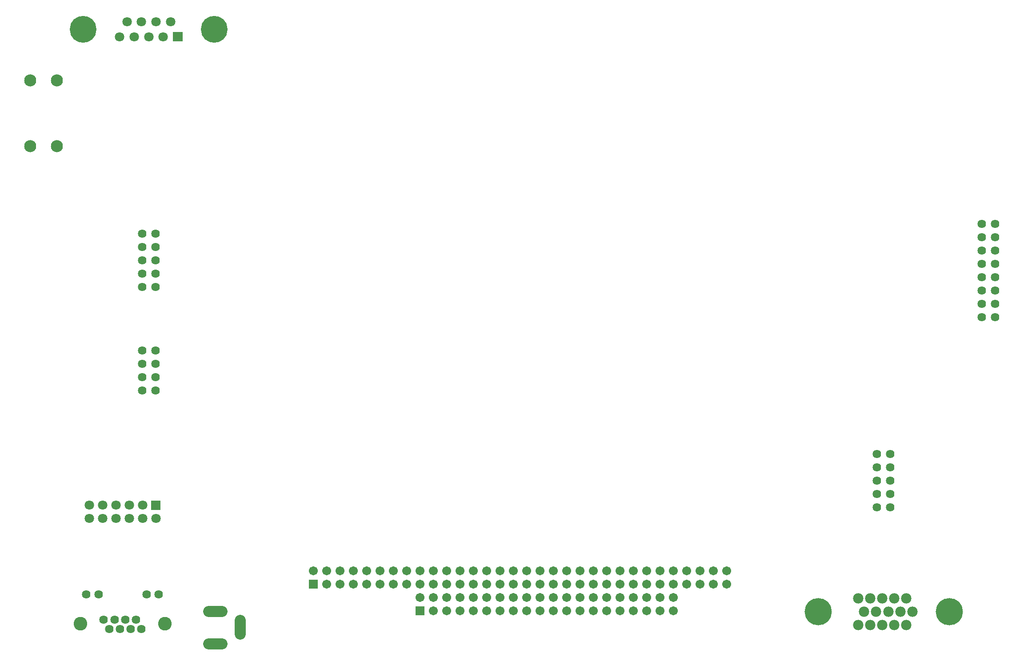
<source format=gbs>
G04 Layer: BottomSolderMaskLayer*
G04 EasyEDA v6.5.1, 2022-08-09 23:06:28*
G04 a67cddfb3fce44daa9051d46cbbcc19f,10*
G04 Gerber Generator version 0.2*
G04 Scale: 100 percent, Rotated: No, Reflected: No *
G04 Dimensions in millimeters *
G04 leading zeros omitted , absolute positions ,4 integer and 5 decimal *
%FSLAX45Y45*%
%MOMM*%

%ADD33C,2.1016*%
%ADD35C,1.7032*%
%ADD36C,1.6256*%
%ADD37C,2.6016*%
%ADD38C,1.9812*%
%ADD39C,5.1816*%
%ADD40C,1.8016*%
%ADD41C,5.1016*%
%ADD43C,2.3016*%

%LPD*%
D33*
X4135015Y1009980D02*
G01*
X4395015Y1009980D01*
X4394989Y390017D02*
G01*
X4134990Y390017D01*
X4735017Y580006D02*
G01*
X4735017Y840005D01*
G36*
X6050025Y1442465D02*
G01*
X6050025Y1612645D01*
X6220206Y1612645D01*
X6220206Y1442465D01*
G37*
D35*
G01*
X6135115Y1781555D03*
G01*
X6389115Y1527555D03*
G01*
X6389115Y1781555D03*
G01*
X6643115Y1527555D03*
G01*
X6643115Y1781555D03*
G01*
X6897115Y1527555D03*
G01*
X6897115Y1781555D03*
G01*
X7151115Y1527555D03*
G01*
X7151115Y1781555D03*
G01*
X7405115Y1527555D03*
G01*
X7405115Y1781555D03*
G01*
X7659115Y1527555D03*
G01*
X7659115Y1781555D03*
G01*
X7913115Y1527555D03*
G01*
X7913115Y1781555D03*
G01*
X8167115Y1527555D03*
G01*
X8167115Y1781555D03*
G01*
X8421115Y1527555D03*
G01*
X8421115Y1781555D03*
G01*
X8675115Y1527555D03*
G01*
X8675115Y1781555D03*
G01*
X8929115Y1527555D03*
G01*
X8929115Y1781555D03*
G01*
X9183115Y1527555D03*
G01*
X9183115Y1781555D03*
G01*
X9437115Y1527555D03*
G01*
X9437115Y1781555D03*
G01*
X9691115Y1527555D03*
G01*
X9691115Y1781555D03*
G01*
X9945115Y1527555D03*
G01*
X9945115Y1781555D03*
G01*
X10199115Y1527555D03*
G01*
X10199115Y1781555D03*
G01*
X10453115Y1527555D03*
G01*
X10453115Y1781555D03*
G01*
X10707115Y1527555D03*
G01*
X10707115Y1781555D03*
G01*
X10961115Y1527555D03*
G01*
X10961115Y1781555D03*
G01*
X11215115Y1527555D03*
G01*
X11215115Y1781555D03*
G01*
X11469115Y1527555D03*
G01*
X11469115Y1781555D03*
G01*
X11723115Y1527555D03*
G01*
X11723115Y1781555D03*
G01*
X11977115Y1527555D03*
G01*
X11977115Y1781555D03*
G01*
X12231115Y1527555D03*
G01*
X12231115Y1781555D03*
G01*
X12485115Y1527555D03*
G01*
X12485115Y1781555D03*
G01*
X12739115Y1527555D03*
G01*
X12739115Y1781555D03*
G01*
X12993115Y1527555D03*
G01*
X12993115Y1781555D03*
G01*
X13247116Y1527555D03*
G01*
X13247116Y1781555D03*
G01*
X13501116Y1527555D03*
G01*
X13501116Y1781555D03*
G01*
X13755116Y1527555D03*
G01*
X13755116Y1781555D03*
G01*
X12993115Y1273555D03*
G01*
X12739115Y1019555D03*
G01*
X12485115Y1273555D03*
G01*
X12485115Y1019555D03*
G01*
X12231115Y1273555D03*
G01*
X12231115Y1019555D03*
G01*
X11977115Y1273555D03*
G01*
X11977115Y1019555D03*
G01*
X11723115Y1273555D03*
G01*
X11723115Y1019555D03*
G01*
X11469115Y1273555D03*
G01*
X11469115Y1019555D03*
G01*
X11215115Y1273555D03*
G01*
X11215115Y1019555D03*
G01*
X10961115Y1273555D03*
G01*
X10961115Y1019555D03*
G01*
X10707115Y1273555D03*
G01*
X10707115Y1019555D03*
G01*
X10453115Y1273555D03*
G01*
X10453115Y1019555D03*
G01*
X10199115Y1273555D03*
G01*
X10199115Y1019555D03*
G01*
X9945115Y1273555D03*
G01*
X9945115Y1019555D03*
G01*
X9691115Y1273555D03*
G01*
X9691115Y1019555D03*
G01*
X9437115Y1273555D03*
G01*
X9437115Y1019555D03*
G01*
X9183115Y1273555D03*
G01*
X9183115Y1019555D03*
G01*
X8929115Y1273555D03*
G01*
X8929115Y1019555D03*
G01*
X8675115Y1273555D03*
G01*
X8675115Y1019555D03*
G01*
X8421115Y1273555D03*
G01*
X8421115Y1019555D03*
G01*
X8167115Y1273555D03*
G36*
X8082025Y934465D02*
G01*
X8082025Y1104645D01*
X8252206Y1104645D01*
X8252206Y934465D01*
G37*
G01*
X14009116Y1781555D03*
G01*
X14009116Y1527555D03*
G01*
X12993115Y1019555D03*
G01*
X12739115Y1273555D03*
D36*
G01*
X19127000Y6611000D03*
G01*
X18873000Y6611000D03*
G01*
X19127000Y6865000D03*
G01*
X18873000Y6865000D03*
G01*
X19127000Y7119000D03*
G01*
X18873000Y7119000D03*
G01*
X19127000Y7373000D03*
G01*
X18873000Y7373000D03*
G01*
X19127000Y7627000D03*
G01*
X18873000Y7627000D03*
G01*
X19127000Y7881000D03*
G01*
X18873000Y7881000D03*
G01*
X19127000Y8135000D03*
G01*
X18873000Y8135000D03*
G01*
X19127000Y8389000D03*
G01*
X18873000Y8389000D03*
G01*
X2142997Y849020D03*
G01*
X2245004Y671017D03*
G01*
X2347010Y849020D03*
G01*
X2448991Y671017D03*
G01*
X2550998Y849020D03*
G01*
X2653004Y671017D03*
G01*
X2755011Y849020D03*
G01*
X2856991Y671017D03*
G01*
X3187014Y1329004D03*
G01*
X2956991Y1329004D03*
G01*
X2042998Y1329004D03*
G01*
X1813001Y1329004D03*
D37*
G01*
X1694992Y773023D03*
G01*
X3304997Y773023D03*
D38*
G01*
X17317491Y999997D03*
G01*
X17088891Y999997D03*
G01*
X16857751Y999997D03*
G01*
X16629151Y999997D03*
G01*
X17431791Y745997D03*
G01*
X17203191Y745997D03*
G01*
X16974591Y745997D03*
G01*
X16745991Y745997D03*
D39*
G01*
X18249671Y999997D03*
G01*
X15750311Y999997D03*
D38*
G01*
X17546091Y999997D03*
G01*
X16514851Y745997D03*
G01*
X17431791Y1253997D03*
G01*
X17203191Y1253997D03*
G01*
X16974591Y1253997D03*
G01*
X16745991Y1253997D03*
G01*
X16514851Y1253997D03*
D40*
G01*
X3000019Y11957989D03*
D41*
G01*
X4250004Y12099975D03*
D40*
G01*
X2448026Y11957989D03*
G01*
X2724022Y11957989D03*
G01*
X3276015Y11957989D03*
G36*
X3462020Y11867895D02*
G01*
X3462020Y12047981D01*
X3642106Y12047981D01*
X3642106Y11867895D01*
G37*
G01*
X2586024Y12241987D03*
G01*
X2862021Y12241987D03*
G01*
X3138017Y12241987D03*
G01*
X3414013Y12241987D03*
D41*
G01*
X1750009Y12099975D03*
D43*
G01*
X1253997Y11125098D03*
G01*
X1253997Y9874910D03*
G01*
X745997Y11125098D03*
G01*
X745997Y9874910D03*
D36*
G01*
X2873009Y8207989D03*
G01*
X3127009Y8207989D03*
G01*
X2873009Y7953989D03*
G01*
X3127009Y7953989D03*
G01*
X2873009Y7699989D03*
G01*
X3127009Y7699989D03*
G01*
X2873009Y7445989D03*
G01*
X3127009Y7445989D03*
G01*
X2873009Y7191989D03*
G01*
X3127009Y7191989D03*
G01*
X2873009Y5981014D03*
G01*
X3127009Y5981014D03*
G01*
X2873009Y5727014D03*
G01*
X3127009Y5727014D03*
G01*
X2873009Y5473014D03*
G01*
X3127009Y5473014D03*
G01*
X2873009Y5219014D03*
G01*
X3127009Y5219014D03*
G36*
X3044952Y2941828D02*
G01*
X3044952Y3112007D01*
X3225038Y3112007D01*
X3225038Y2941828D01*
G37*
D40*
G01*
X3135007Y2772991D03*
G01*
X2881007Y3026991D03*
G01*
X2881007Y2772991D03*
G01*
X2627007Y3026991D03*
G01*
X2627007Y2772991D03*
G01*
X2373007Y3026991D03*
G01*
X2373007Y2772991D03*
G01*
X2119007Y3026991D03*
G01*
X2119007Y2772991D03*
G01*
X1865007Y3026991D03*
G01*
X1865007Y2772991D03*
D36*
G01*
X17126988Y2991993D03*
G01*
X16872988Y2991993D03*
G01*
X17126988Y3245993D03*
G01*
X16872988Y3245993D03*
G01*
X17126988Y3499993D03*
G01*
X16872988Y3499993D03*
G01*
X17126988Y3753993D03*
G01*
X16872988Y3753993D03*
G01*
X17126988Y4007993D03*
G01*
X16872988Y4007993D03*
M02*

</source>
